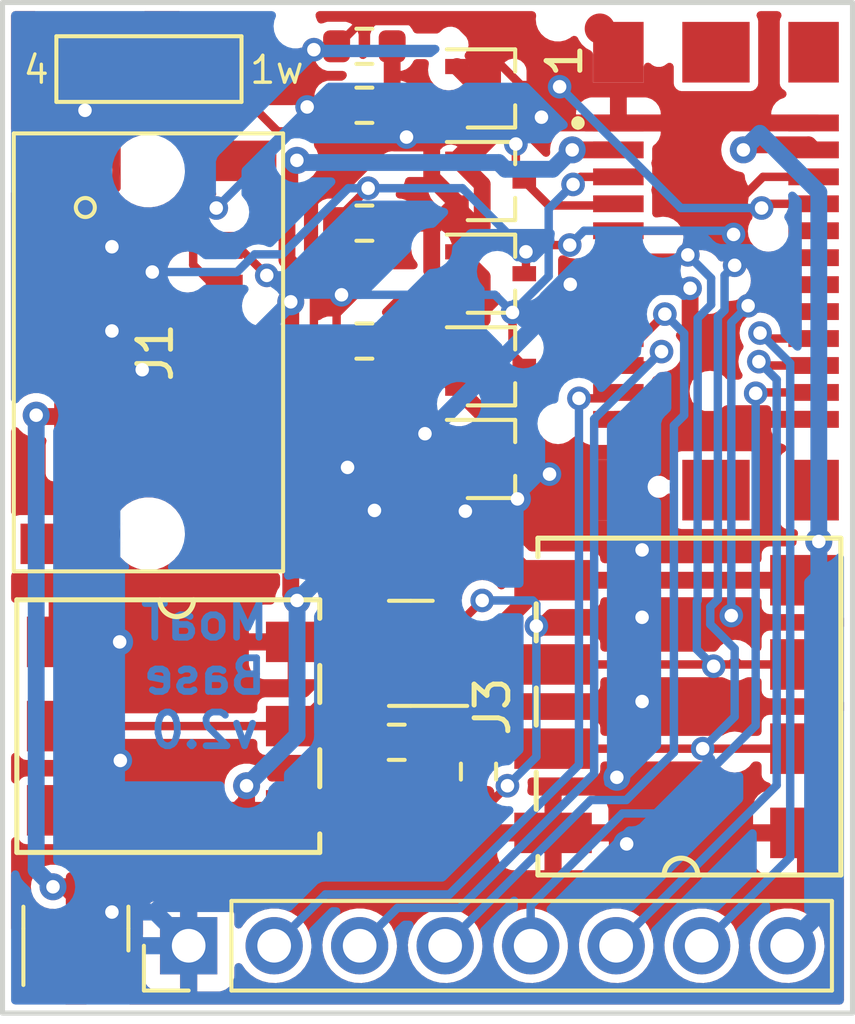
<source format=kicad_pcb>
(kicad_pcb (version 20220225) (generator pcbnew)
  (title_block (comment 4 "AISLER Project ID: YXNPBYRA"))
  (layers (0 "F.Cu" signal) (31 "B.Cu" signal) (34 "B.Paste" user) (35 "F.Paste" user) (36 "B.SilkS" user "B.Silkscreen") (37 "F.SilkS" user "F.Silkscreen") (38 "B.Mask" user) (39 "F.Mask" user) (44 "Edge.Cuts" user))
  (net 0 "")
  (net 1 "GNDPWR")
  (net 2 "Net-(J2-Pad20)")
  (net 3 "Net-(J2-Pad18)")
  (net 4 "Net-(J2-Pad17)")
  (net 5 "+12V")
  (net 6 "GND")
  (net 7 "+24V")
  (net 8 "+5V")
  (net 9 "+3V3")
  (net 11 "/1wire_3")
  (net 12 "Net-(J2-Pad19)")
  (net 13 "Net-(J2-Pad21)")
  (net 14 "Net-(J2-Pad22)")
  (net 15 "/Bus1")
  (net 16 "/Bus2")
  (net 18 "/Bus3")
  (net 19 "/Bus4")
  (net 20 "/1wire_5")
  (net 26 "/Bus4W")
  (net 27 "Net-(J2-Pad9)")
  (net 28 "Net-(J2-Pad11)")
  (footprint "Package_TO_SOT_SMD:SOT-323_SC-70" (layer "F.Cu") (at 37.25 29.25)
    (fp_text reference "D3" hide)
    (fp_text value "BAT54SW" hide)
    (pad "1" smd rect locked (at -1 -0.65 270) (size 0.45 0.7) (layers "F.Cu" "F.Paste" "F.Mask") (net 6 "GND"))
    (pad "2" smd rect locked (at -1 0.65 270) (size 0.45 0.7) (layers "F.Cu" "F.Paste" "F.Mask") (net 9 "+3V3"))
    (pad "3" smd rect locked (at 1 0 270) (size 0.45 0.7) (layers "F.Cu" "F.Paste" "F.Mask") (net 16 "/Bus2"))
  )
  (footprint "Resistor_SMD:R_0603_1608Metric" (layer "F.Cu") (at 33.5 22.5)
    (fp_text reference "R3" hide)
    (fp_text value "470" hide)
    (pad "1" smd roundrect locked (at -0.825 0) (size 0.8 0.95) (layers "F.Cu" "F.Paste" "F.Mask") (net 19 "/Bus4"))
    (pad "2" smd roundrect locked (at 0.825 0) (size 0.8 0.95) (layers "F.Cu" "F.Paste" "F.Mask") (net 9 "+3V3"))
  )
  (footprint "Connector_PinHeader_2.54mm:PinHeader_1x08_P2.54mm_Vertical" (layer "F.Cu") (at 28.28 49.2 90)
    (fp_text reference "J4" hide)
    (fp_text value "Conn_01x08" hide)
    (pad "1" thru_hole rect locked (at 0 0 90) (size 1.7 1.7) (drill 1) (layers *.Cu *.Mask) (net 6 "GND"))
    (pad "2" thru_hole oval locked (at 0 2.54 90) (size 1.7 1.7) (drill 1) (layers *.Cu *.Mask) (net 13 "Net-(J2-Pad21)"))
    (pad "3" thru_hole oval locked (at 0 5.08 90) (size 1.7 1.7) (drill 1) (layers *.Cu *.Mask) (net 12 "Net-(J2-Pad19)"))
    (pad "4" thru_hole oval locked (at 0 7.62 90) (size 1.7 1.7) (drill 1) (layers *.Cu *.Mask) (net 4 "Net-(J2-Pad17)"))
    (pad "5" thru_hole oval locked (at 0 10.16 90) (size 1.7 1.7) (drill 1) (layers *.Cu *.Mask) (net 14 "Net-(J2-Pad22)"))
    (pad "6" thru_hole oval locked (at 0 12.7 90) (size 1.7 1.7) (drill 1) (layers *.Cu *.Mask) (net 2 "Net-(J2-Pad20)"))
    (pad "7" thru_hole oval locked (at 0 15.24 90) (size 1.7 1.7) (drill 1) (layers *.Cu *.Mask) (net 3 "Net-(J2-Pad18)"))
    (pad "8" thru_hole oval locked (at 0 17.78 90) (size 1.7 1.7) (drill 1) (layers *.Cu *.Mask) (net 9 "+3V3"))
  )
  (footprint "Resistor_SMD:R_0603_1608Metric" (layer "F.Cu") (at 34.46 43.16)
    (fp_text reference "R2" hide)
    (fp_text value "10k")
    (pad "1" smd roundrect locked (at -0.825 0) (size 0.8 0.95) (layers "F.Cu" "F.Paste" "F.Mask") (net 8 "+5V"))
    (pad "2" smd roundrect locked (at 0.825 0) (size 0.8 0.95) (layers "F.Cu" "F.Paste" "F.Mask") (net 20 "/1wire_5"))
  )
  (footprint "Package_TO_SOT_SMD:SOT-323_SC-70" (layer "F.Cu") (at 37.25 32)
    (fp_text reference "D2" hide)
    (fp_text value "BAT54SW" hide)
    (pad "1" smd rect locked (at -1 -0.65 270) (size 0.45 0.7) (layers "F.Cu" "F.Paste" "F.Mask") (net 6 "GND"))
    (pad "2" smd rect locked (at -1 0.65 270) (size 0.45 0.7) (layers "F.Cu" "F.Paste" "F.Mask") (net 9 "+3V3"))
    (pad "3" smd rect locked (at 1 0 270) (size 0.45 0.7) (layers "F.Cu" "F.Paste" "F.Mask") (net 15 "/Bus1"))
  )
  (footprint "Package_TO_SOT_SMD:SOT-23" (layer "F.Cu") (at 24.93 48.69 90)
    (fp_text reference "D1" hide)
    (fp_text value "BAT54S")
    (pad "1" smd roundrect locked (at -0.9375 -0.95 90) (size 1.475 0.6) (layers "F.Cu" "F.Paste" "F.Mask") (net 6 "GND"))
    (pad "2" smd roundrect locked (at -0.9375 0.95 90) (size 1.475 0.6) (layers "F.Cu" "F.Paste" "F.Mask") (net 6 "GND"))
    (pad "3" smd roundrect locked (at 0.9375 0 90) (size 1.475 0.6) (layers "F.Cu" "F.Paste" "F.Mask") (net 1 "GNDPWR"))
  )
  (footprint "Resistor_SMD:R_0603_1608Metric" (layer "F.Cu") (at 33.5 31.25)
    (fp_text reference "R6" hide)
    (fp_text value "470")
    (pad "1" smd roundrect locked (at -0.825 0) (size 0.8 0.95) (layers "F.Cu" "F.Paste" "F.Mask") (net 15 "/Bus1"))
    (pad "2" smd roundrect locked (at 0.825 0) (size 0.8 0.95) (layers "F.Cu" "F.Paste" "F.Mask") (net 9 "+3V3"))
  )
  (footprint "Package_TO_SOT_SMD:SOT-323_SC-70" (layer "F.Cu") (at 37.25 34.75)
    (fp_text reference "D6" hide)
    (fp_text value "BAT54SW" hide)
    (pad "1" smd rect locked (at -1 -0.65 270) (size 0.45 0.7) (layers "F.Cu" "F.Paste" "F.Mask") (net 6 "GND"))
    (pad "2" smd rect locked (at -1 0.65 270) (size 0.45 0.7) (layers "F.Cu" "F.Paste" "F.Mask") (net 8 "+5V"))
    (pad "3" smd rect locked (at 1 0 270) (size 0.45 0.7) (layers "F.Cu" "F.Paste" "F.Mask") (net 20 "/1wire_5"))
  )
  (footprint "localstuff:AVX_9276_3Pin" (layer "F.Cu") (at 27.925 42.68 -90)
    (fp_text reference "J10" hide)
    (fp_text value "1wireConn")
    (pad "1" smd rect locked (at -2.5 -3.55 270) (size 1.2 1.8) (layers "F.Cu" "F.Paste" "F.Mask") (net 6 "GND"))
    (pad "1" smd rect locked (at -2.5 3.55 270) (size 1.5 1.8) (layers "F.Cu" "F.Paste" "F.Mask") (net 6 "GND"))
    (pad "2" smd rect locked (at 0 -3.55 270) (size 1.2 1.8) (layers "F.Cu" "F.Paste" "F.Mask") (net 20 "/1wire_5"))
    (pad "2" smd rect locked (at 0 3.55 270) (size 1.5 1.8) (layers "F.Cu" "F.Paste" "F.Mask") (net 20 "/1wire_5"))
    (pad "3" smd rect locked (at 2.5 -3.55 270) (size 1.2 1.8) (layers "F.Cu" "F.Paste" "F.Mask") (net 8 "+5V"))
    (pad "3" smd rect locked (at 2.5 3.55 270) (size 1.5 1.8) (layers "F.Cu" "F.Paste" "F.Mask") (net 8 "+5V"))
  )
  (footprint "Package_TO_SOT_SMD:SOT-23" (layer "F.Cu") (at 34.88 40.52 180)
    (fp_text reference "Q1" hide)
    (fp_text value "2N7002")
    (pad "1" smd roundrect locked (at -0.9375 -0.95 180) (size 1.475 0.6) (layers "F.Cu" "F.Paste" "F.Mask") (net 9 "+3V3"))
    (pad "2" smd roundrect locked (at -0.9375 0.95 180) (size 1.475 0.6) (layers "F.Cu" "F.Paste" "F.Mask") (net 11 "/1wire_3"))
    (pad "3" smd roundrect locked (at 0.9375 0 180) (size 1.475 0.6) (layers "F.Cu" "F.Paste" "F.Mask") (net 20 "/1wire_5"))
  )
  (footprint "localstuff:MoaT_12_Pin_V" (layer "F.Cu") (at 27.085 31.585 -90)
    (fp_text reference "J1" (at 0 -0.2 90) (layer "F.SilkS"))
    (fp_text value "Moat_Wire_12" hide)
    (pad "" smd rect (at -5.685 -2.55) (size 2.5 1.2) (layers "F.Cu" "F.Paste" "F.Mask"))
    (pad "" smd rect (at -5.685 2.55) (size 2.5 1.2) (layers "F.Cu" "F.Paste" "F.Mask"))
    (pad "" np_thru_hole circle (at -5.385 0) (size 1.65 1.65) (drill 1.65) (layers F&B.Cu))
    (pad "" np_thru_hole circle (at 5.385 0 180) (size 1.65 1.65) (drill 1.65) (layers F&B.Cu))
    (pad "" smd rect (at 5.685 -2.55 180) (size 2.5 1.2) (layers "F.Cu" "F.Paste" "F.Mask"))
    (pad "" smd rect (at 5.685 2.55 180) (size 2.5 1.2) (layers "F.Cu" "F.Paste" "F.Mask"))
    (pad "1" smd rect (at -3.175 2.25) (size 1.1 0.8) (layers "F.Cu" "F.Paste" "F.Mask") (net 6 "GND"))
    (pad "2" smd rect (at -3.175 -2.25) (size 1.1 0.8) (layers "F.Cu" "F.Paste" "F.Mask") (net 15 "/Bus1"))
    (pad "3" smd rect (at -1.905 2.25) (size 1.1 0.8) (layers "F.Cu" "F.Paste" "F.Mask") (net 16 "/Bus2"))
    (pad "4" smd rect (at -1.905 -2.25) (size 1.1 0.8) (layers "F.Cu" "F.Paste" "F.Mask") (net 18 "/Bus3"))
    (pad "5" smd rect (at -0.635 2.25) (size 1.1 0.8) (layers "F.Cu" "F.Paste" "F.Mask") (net 26 "/Bus4W"))
    (pad "6" smd rect (at -0.635 -2.25) (size 1.1 0.8) (layers "F.Cu" "F.Paste" "F.Mask") (net 6 "GND"))
    (pad "7" smd rect (at 0.635 2.25) (size 1.1 0.8) (layers "F.Cu" "F.Paste" "F.Mask") (net 8 "+5V"))
    (pad "8" smd rect (at 0.635 -2.25) (size 1.1 0.8) (layers "F.Cu" "F.Paste" "F.Mask") (net 5 "+12V"))
    (pad "9" smd rect (at 1.905 2.25) (size 1.1 0.8) (layers "F.Cu" "F.Paste" "F.Mask") (net 1 "GNDPWR"))
    (pad "10" smd rect (at 1.905 -2.25) (size 1.1 0.8) (layers "F.Cu" "F.Paste" "F.Mask") (net 7 "+24V"))
    (pad "11" smd rect (at 3.175 2.25) (size 1.1 0.8) (layers "F.Cu" "F.Paste" "F.Mask"))
    (pad "12" smd rect (at 3.175 -2.25) (size 1.1 0.8) (layers "F.Cu" "F.Paste" "F.Mask"))
  )
  (footprint "Resistor_SMD:R_0603_1608Metric" (layer "F.Cu") (at 36.89 44.03 -90)
    (fp_text reference "R1" hide)
    (fp_text value "10k")
    (pad "1" smd roundrect locked (at -0.825 0 270) (size 0.8 0.95) (layers "F.Cu" "F.Paste" "F.Mask") (net 9 "+3V3"))
    (pad "2" smd roundrect locked (at 0.825 0 270) (size 0.8 0.95) (layers "F.Cu" "F.Paste" "F.Mask") (net 11 "/1wire_3"))
  )
  (footprint "localstuff:TE_1775014_socket" (layer "F.Cu") (at 43.945 29.175 -90)
    (fp_text reference "J2" hide)
    (fp_text value "Moat_Bus_wire" hide)
    (fp_text user "1" (at -6.25 4.5 90) (layer "F.SilkS"))
    (fp_circle (center -7.2 3.45) (end -6.9 3.45) (stroke (width 0.3)) (fill none) (layer "F.Cu"))
    (pad "" np_thru_hole circle locked (at -6.4 1.7 270) (size 0.65 0.65) (drill 0.65) (layers *.Cu *.Mask) (clearance 0.01))
    (pad "" np_thru_hole circle locked (at 6.4 1.7 270) (size 0.65 0.65) (drill 0.65) (layers *.Cu *.Mask) (clearance 0.0001))
    (pad "1" smd rect locked (at -4.4 2.9 270) (size 0.5 1.5) (layers "F.Cu" "F.Paste" "F.Mask") (net 6 "GND"))
    (pad "2" smd rect locked (at -4.4 -2.9 270) (size 0.5 1.5) (layers "F.Cu" "F.Paste" "F.Mask") (net 6 "GND"))
    (pad "3" smd rect locked (at -3.6 2.9 270) (size 0.5 1.5) (layers "F.Cu" "F.Paste" "F.Mask") (net 8 "+5V"))
    (pad "4" smd rect locked (at -3.6 -2.9 270) (size 0.5 1.5) (layers "F.Cu" "F.Paste" "F.Mask") (net 9 "+3V3"))
    (pad "5" smd rect locked (at -2.8 2.9 270) (size 0.5 1.5) (layers "F.Cu" "F.Paste" "F.Mask") (net 15 "/Bus1"))
    (pad "6" smd rect locked (at -2.8 -2.9 270) (size 0.5 1.5) (layers "F.Cu" "F.Paste" "F.Mask") (net 16 "/Bus2"))
    (pad "7" smd rect locked (at -2 2.9 270) (size 0.5 1.5) (layers "F.Cu" "F.Paste" "F.Mask") (net 18 "/Bus3"))
    (pad "8" smd rect locked (at -2 -2.9 270) (size 0.5 1.5) (layers "F.Cu" "F.Paste" "F.Mask") (net 19 "/Bus4"))
    (pad "9" smd rect locked (at -1.2 2.9 270) (size 0.5 1.5) (layers "F.Cu" "F.Paste" "F.Mask") (net 27 "Net-(J2-Pad9)"))
    (pad "10" smd rect locked (at -1.2 -2.9 270) (size 0.5 1.5) (layers "F.Cu" "F.Paste" "F.Mask"))
    (pad "11" smd rect locked (at -0.4 2.9 270) (size 0.5 1.5) (layers "F.Cu" "F.Paste" "F.Mask") (net 28 "Net-(J2-Pad11)"))
    (pad "12" smd rect locked (at -0.4 -2.9 270) (size 0.5 1.5) (layers "F.Cu" "F.Paste" "F.Mask"))
    (pad "13" smd rect locked (at 0.4 2.9 270) (size 0.5 1.5) (layers "F.Cu" "F.Paste" "F.Mask"))
    (pad "14" smd rect locked (at 0.4 -2.9 270) (size 0.5 1.5) (layers "F.Cu" "F.Paste" "F.Mask") (net 11 "/1wire_3"))
    (pad "15" smd rect locked (at 1.2 2.9 270) (size 0.5 1.5) (layers "F.Cu" "F.Paste" "F.Mask"))
    (pad "16" smd rect locked (at 1.2 -2.9 270) (size 0.5 1.5) (layers "F.Cu" "F.Paste" "F.Mask"))
    (pad "17" smd rect locked (at 2 2.9 270) (size 0.5 1.5) (layers "F.Cu" "F.Paste" "F.Mask") (net 4 "Net-(J2-Pad17)"))
    (pad "18" smd rect locked (at 2 -2.9 270) (size 0.5 1.5) (layers "F.Cu" "F.Paste" "F.Mask") (net 3 "Net-(J2-Pad18)"))
    (pad "19" smd rect locked (at 2.8 2.9 270) (size 0.5 1.5) (layers "F.Cu" "F.Paste" "F.Mask") (net 12 "Net-(J2-Pad19)"))
    (pad "20" smd rect locked (at 2.8 -2.9 270) (size 0.5 1.5) (layers "F.Cu" "F.Paste" "F.Mask") (net 2 "Net-(J2-Pad20)"))
    (pad "21" smd rect locked (at 3.6 2.9 270) (size 0.5 1.5) (layers "F.Cu" "F.Paste" "F.Mask") (net 13 "Net-(J2-Pad21)"))
    (pad "22" smd rect locked (at 3.6 -2.9 270) (size 0.5 1.5) (layers "F.Cu" "F.Paste" "F.Mask") (net 14 "Net-(J2-Pad22)"))
    (pad "23" smd rect locked (at 4.4 2.9 270) (size 0.5 1.5) (layers "F.Cu" "F.Paste" "F.Mask") (net 6 "GND"))
    (pad "24" smd rect locked (at 4.4 -2.9 270) (size 0.5 1.5) (layers "F.Cu" "F.Paste" "F.Mask"))
    (pad "MNT" smd rect locked (at -6.5 -2.9) (size 1.5 1.8) (layers "F.Cu" "F.Paste" "F.Mask"))
    (pad "MNT" smd rect locked (at -6.5 0 270) (size 1.8 2) (layers "F.Cu" "F.Paste" "F.Mask"))
    (pad "MNT" smd rect locked (at -6.5 2.9) (size 1.5 1.8) (layers "F.Cu" "F.Paste" "F.Mask") (clearance 0.001))
    (pad "MNT" smd rect locked (at 6.5 -2.9) (size 1.5 1.8) (layers "F.Cu" "F.Paste" "F.Mask"))
    (pad "MNT" smd rect locked (at 6.5 0 270) (size 1.8 2) (layers "F.Cu" "F.Paste" "F.Mask"))
    (pad "MNT" smd rect locked (at 6.5 2.9) (size 1.5 1.8) (layers "F.Cu" "F.Paste" "F.Mask") (clearance 0.001))
  )
  (footprint "Resistor_SMD:R_0603_1608Metric" (layer "F.Cu") (at 33.5 27.75)
    (fp_text reference "R5" hide)
    (fp_text value "470")
    (pad "1" smd roundrect locked (at -0.825 0) (size 0.8 0.95) (layers "F.Cu" "F.Paste" "F.Mask") (net 16 "/Bus2"))
    (pad "2" smd roundrect locked (at 0.825 0) (size 0.8 0.95) (layers "F.Cu" "F.Paste" "F.Mask") (net 9 "+3V3"))
  )
  (footprint "Package_TO_SOT_SMD:SOT-323_SC-70" (layer "F.Cu") (at 37.25 26.5)
    (fp_text reference "D4" hide)
    (fp_text value "BAT54SW" hide)
    (pad "1" smd rect locked (at -1 -0.65 270) (size 0.45 0.7) (layers "F.Cu" "F.Paste" "F.Mask") (net 6 "GND"))
    (pad "2" smd rect locked (at -1 0.65 270) (size 0.45 0.7) (layers "F.Cu" "F.Paste" "F.Mask") (net 9 "+3V3"))
    (pad "3" smd rect locked (at 1 0 270) (size 0.45 0.7) (layers "F.Cu" "F.Paste" "F.Mask") (net 18 "/Bus3"))
  )
  (footprint "localstuff:AVX_9276_4Pin_HS" (layer "F.Cu") (at 42.905 42.1 90)
    (fp_text reference "J3" (at 0 -5.6 90) (layer "F.SilkS"))
    (fp_text value "I2C")
    (pad "1" smd rect locked (at -3.75 -3.8 90) (size 1.2 2.3) (layers "F.Cu" "F.Paste" "F.Mask") (net 6 "GND"))
    (pad "1" smd rect locked (at -3.75 3.7 90) (size 1.5 2.1) (layers "F.Cu" "F.Paste" "F.Mask") (net 6 "GND"))
    (pad "2" smd rect locked (at -1.25 -3.8 90) (size 1.2 2.3) (layers "F.Cu" "F.Paste" "F.Mask") (net 27 "Net-(J2-Pad9)"))
    (pad "2" smd rect locked (at -1.25 3.7 90) (size 1.5 2.1) (layers "F.Cu" "F.Paste" "F.Mask") (net 27 "Net-(J2-Pad9)"))
    (pad "3" smd rect locked (at 1.25 -3.8 90) (size 1.2 2.3) (layers "F.Cu" "F.Paste" "F.Mask") (net 28 "Net-(J2-Pad11)"))
    (pad "3" smd rect locked (at 1.25 3.7 90) (size 1.5 2.1) (layers "F.Cu" "F.Paste" "F.Mask") (net 28 "Net-(J2-Pad11)"))
    (pad "4" smd rect locked (at 3.75 -3.8 90) (size 1.2 2.3) (layers "F.Cu" "F.Paste" "F.Mask") (net 9 "+3V3"))
    (pad "4" smd rect locked (at 3.75 3.7 90) (size 1.5 2.1) (layers "F.Cu" "F.Paste" "F.Mask") (net 9 "+3V3"))
  )
  (footprint "Resistor_SMD:R_0603_1608Metric" (layer "F.Cu") (at 33.5 24.25)
    (fp_text reference "R7" hide)
    (fp_text value "470")
    (pad "1" smd roundrect locked (at -0.825 0) (size 0.8 0.95) (layers "F.Cu" "F.Paste" "F.Mask") (net 18 "/Bus3"))
    (pad "2" smd roundrect locked (at 0.825 0) (size 0.8 0.95) (layers "F.Cu" "F.Paste" "F.Mask") (net 9 "+3V3"))
  )
  (footprint "Jumper:SolderJumper-3_P2.0mm_Open_TrianglePad1.0x1.5mm_NumberLabels" (layer "F.Cu") (at 27.1 23.2)
    (fp_text reference "JP1" hide)
    (fp_text value "SolderJumper_3_Open" hide)
    (fp_text user "1w" (at 3.8 0 180) (layer "F.SilkS") (effects (font (size 0.8 0.8) (thickness 0.1))))
    (fp_text user "4" (at -3.35 0) (layer "F.SilkS") (effects (font (size 0.8 0.8) (thickness 0.1))))
    (pad "1" smd custom locked (at -2 0) (size 0.3 0.3) (layers "F.Cu" "F.Mask") (net 19 "/Bus4") (options (clearance outline) (anchor rect)) (primitives (gr_poly (pts (xy 1 0) (xy 0.5 0.75) (xy -0.5 0.75) (xy -0.5 -0.75) (xy 0.5 -0.75)) (width 0) (fill yes))))
    (pad "2" smd custom locked (at 0 0) (size 0.3 0.3) (layers "F.Cu") (net 26 "/Bus4W") (options (clearance outline) (anchor rect)) (primitives (gr_poly (pts (xy 0.7 0) (xy 1.2 0.75) (xy -1.2 0.75) (xy -0.7 0) (xy -1.2 -0.75) (xy 1.2 -0.75)) (width 0) (fill yes))))
    (pad "3" smd custom locked (at 2 0 180) (size 0.3 0.3) (layers "F.Cu" "F.Mask") (net 20 "/1wire_5") (options (clearance outline) (anchor rect)) (primitives (gr_poly (pts (xy 1 0) (xy 0.5 0.75) (xy -0.5 0.75) (xy -0.5 -0.75) (xy 0.5 -0.75)) (width 0) (fill yes))))
  )
  (footprint "Package_TO_SOT_SMD:SOT-323_SC-70" (layer "F.Cu") (at 37.25 23.75)
    (fp_text reference "D5" hide)
    (fp_text value "BAT54SW" hide)
    (pad "1" smd rect locked (at -1 -0.65 270) (size 0.45 0.7) (layers "F.Cu" "F.Paste" "F.Mask") (net 6 "GND"))
    (pad "2" smd rect locked (at -1 0.65 270) (size 0.45 0.7) (layers "F.Cu" "F.Paste" "F.Mask") (net 9 "+3V3"))
    (pad "3" smd rect locked (at 1 0 270) (size 0.45 0.7) (layers "F.Cu" "F.Paste" "F.Mask") (net 19 "/Bus4"))
  )
  (gr_line (start 48 21.2) (end 48 51.2) (stroke (width 0.15)) (layer "Edge.Cuts"))
  (gr_line (start 48 51.2) (end 22.75 51.2) (stroke (width 0.15)) (layer "Edge.Cuts"))
  (gr_line (start 22.75 51.2) (end 22.75 21.2) (stroke (width 0.15)) (layer "Edge.Cuts"))
  (gr_line (start 22.75 21.2) (end 48 21.2) (stroke (width 0.15)) (layer "Edge.Cuts"))
  (gr_text "MoaT\nBase\nv2.0" (at 28.75 41.2) (layer "B.Cu") (effects (font (size 1 1) (thickness 0.2)) (justify mirror)))
  (segment (start 23.79 33.49) (end 23.75 33.45) (width 0.5) (layer "F.Cu") (net 1))
  (segment (start 24.835 33.49) (end 23.79 33.49) (width 0.5) (layer "F.Cu") (net 1))
  (segment (start 24.25 47.45) (end 24.6275 47.45) (width 0.5) (layer "F.Cu") (net 1))
  (segment (start 24.6275 47.45) (end 24.93 47.7525) (width 0.5) (layer "F.Cu") (net 1))
  (via (at 23.75 33.45) (size 0.8) (drill 0.4) (layers "F.Cu" "B.Cu") (net 1))
  (via (at 24.25 47.45) (size 0.8) (drill 0.4) (layers "F.Cu" "B.Cu") (net 1))
  (segment (start 23.75 46.95) (end 24.25 47.45) (width 0.5) (layer "B.Cu") (net 1))
  (segment (start 23.75 33.45) (end 23.75 46.95) (width 0.5) (layer "B.Cu") (net 1))
  (segment (start 46.845 31.975) (end 45.33316 31.975) (width 0.25) (layer "F.Cu") (net 2))
  (segment (start 45.33316 31.975) (end 45.219435 31.861275) (width 0.25) (layer "F.Cu") (net 2))
  (via (at 45.219435 31.861275) (size 0.7) (drill 0.4) (layers "F.Cu" "B.Cu") (net 2))
  (segment (start 40.98 49.2) (end 45.749001 44.430999) (width 0.25) (layer "B.Cu") (net 2))
  (segment (start 45.749001 32.390841) (end 45.219435 31.861275) (width 0.25) (layer "B.Cu") (net 2))
  (segment (start 45.749001 44.430999) (end 45.749001 32.390841) (width 0.25) (layer "B.Cu") (net 2))
  (segment (start 46.845 31.175) (end 45.417411 31.175) (width 0.25) (layer "F.Cu") (net 3))
  (segment (start 45.417411 31.175) (end 45.254183 31.011772) (width 0.25) (layer "F.Cu") (net 3))
  (via (at 45.254183 31.011772) (size 0.7) (drill 0.4) (layers "F.Cu" "B.Cu") (net 3))
  (segment (start 43.52 49.2) (end 46.14951 46.57049) (width 0.25) (layer "B.Cu") (net 3))
  (segment (start 46.14951 46.57049) (end 46.14951 31.907099) (width 0.25) (layer "B.Cu") (net 3))
  (segment (start 46.14951 31.907099) (end 45.254183 31.011772) (width 0.25) (layer "B.Cu") (net 3))
  (segment (start 41.045 31.175) (end 41.70149 31.175) (width 0.25) (layer "F.Cu") (net 4))
  (segment (start 41.70149 31.175) (end 42.42649 30.45) (width 0.25) (layer "F.Cu") (net 4))
  (via (at 42.42649 30.45) (size 0.7) (drill 0.4) (layers "F.Cu" "B.Cu") (net 4))
  (segment (start 43 31.02351) (end 42.42649 30.45) (width 0.25) (layer "B.Cu") (net 4))
  (segment (start 42.695011 33.754989) (end 43 33.45) (width 0.25) (layer "B.Cu") (net 4))
  (segment (start 40.225499 44.874501) (end 41.279389 44.874501) (width 0.25) (layer "B.Cu") (net 4))
  (segment (start 35.9 49.2) (end 40.225499 44.874501) (width 0.25) (layer "B.Cu") (net 4))
  (segment (start 41.279389 44.874501) (end 42.695011 43.458879) (width 0.25) (layer "B.Cu") (net 4))
  (segment (start 43 33.45) (end 43 31.02351) (width 0.25) (layer "B.Cu") (net 4))
  (segment (start 42.695011 43.458879) (end 42.695011 33.754989) (width 0.25) (layer "B.Cu") (net 4))
  (segment (start 42.625 33.575) (end 41.045 33.575) (width 0.5) (layer "F.Cu") (net 6))
  (segment (start 36.25 34.1) (end 35.4 34.1) (width 0.5) (layer "F.Cu") (net 6))
  (segment (start 41.35 45.85) (end 41.35 46.118882) (width 0.5) (layer "F.Cu") (net 6))
  (segment (start 27.7 31) (end 27.65 30.95) (width 0.5) (layer "F.Cu") (net 6))
  (segment (start 26.23 40.18) (end 24.375 40.18) (width 0.5) (layer "F.Cu") (net 6))
  (segment (start 26 28.45) (end 24.875 28.45) (width 0.5) (layer "F.Cu") (net 6))
  (segment (start 25.88 49.6275) (end 25.88 48.32) (width 0.5) (layer "F.Cu") (net 6))
  (segment (start 46.845 24.775) (end 41.045 24.775) (width 0.5) (layer "F.Cu") (net 6))
  (segment (start 36.999511 23.849511) (end 36.999511 25.100489) (width 0.5) (layer "F.Cu") (net 6))
  (segment (start 41.35 46.118882) (end 41.291832 46.17705) (width 0.5) (layer "F.Cu") (net 6))
  (segment (start 38.931855 24.775) (end 38.760852 24.603997) (width 0.5) (layer "F.Cu") (net 6))
  (segment (start 37.920252 35.935752) (end 38.04719 35.935752) (width 0.25) (layer "F.Cu") (net 6))
  (segment (start 41.045 24.775) (end 38.931855 24.775) (width 0.5) (layer "F.Cu") (net 6))
  (segment (start 41.5 37.2) (end 39.311438 37.2) (width 0.5) (layer "F.Cu") (net 6))
  (segment (start 41 44.2) (end 41 45.885218) (width 0.5) (layer "F.Cu") (net 6))
  (segment (start 27.65 30.95) (end 26 30.95) (width 0.5) (layer "F.Cu") (net 6))
  (segment (start 46.845 33.575) (end 42.625 33.575) (width 0.5) (layer "F.Cu") (net 6))
  (segment (start 29.335 30.95) (end 27.75 30.95) (width 0.5) (layer "F.Cu") (net 6))
  (segment (start 42.625 33.575) (end 42.625 32.569153) (width 0.5) (layer "F.Cu") (net 6))
  (segment (start 37.75 35.7655) (end 37.920252 35.935752) (width 0.25) (layer "F.Cu") (net 6))
  (segment (start 36.25 23.1) (end 36.999511 23.849511) (width 0.5) (layer "F.Cu") (net 6))
  (segment (start 36.999511 26.599511) (end 36.25 25.85) (width 0.5) (layer "F.Cu") (net 6))
  (segment (start 27.75 30.95) (end 27.7 31) (width 0.5) (layer "F.Cu") (net 6))
  (segment (start 39.105 45.85) (end 41.35 45.85) (width 0.5) (layer "F.Cu") (net 6))
  (segment (start 36.999511 30.600489) (end 36.999511 29.349511) (width 0.5) (layer "F.Cu") (net 6))
  (segment (start 42.625 32.569153) (end 43.17599 32.018163) (width 0.5) (layer "F.Cu") (net 6))
  (segment (start 36.25 31.35) (end 36.999511 30.600489) (width 0.5) (layer "F.Cu") (net 6))
  (segment (start 36.999511 27.850489) (end 36.999511 26.599511) (width 0.5) (layer "F.Cu") (net 6))
  (segment (start 41.75 37.45) (end 41.5 37.2) (width 0.5) (layer "F.Cu") (net 6))
  (segment (start 36.25 28.6) (end 36.999511 27.850489) (width 0.5) (layer "F.Cu") (net 6))
  (segment (start 35.4 34.1) (end 35.3 34) (width 0.5) (layer "F.Cu") (net 6))
  (segment (start 36.999511 29.349511) (end 36.25 28.6) (width 0.5) (layer "F.Cu") (net 6))
  (segment (start 41.35 45.85) (end 46.605 45.85) (width 0.5) (layer "F.Cu") (net 6))
  (segment (start 25.88 48.32) (end 26 48.2) (width 0.5) (layer "F.Cu") (net 6))
  (segment (start 31.475 40.18) (end 26.23 40.18) (width 0.5) (layer "F.Cu") (net 6))
  (segment (start 23.98 49.6275) (end 25.88 49.6275) (width 0.5) (layer "F.Cu") (net 6))
  (segment (start 36.999511 25.100489) (end 36.25 25.85) (width 0.5) (layer "F.Cu") (net 6))
  (segment (start 41 45.885218) (end 41.291832 46.17705) (width 0.5) (layer "F.Cu") (net 6))
  (segment (start 39.311438 37.2) (end 38.04719 35.935752) (width 0.5) (layer "F.Cu") (net 6))
  (segment (start 43.17599 32.018163) (end 43.17599 29.683178) (width 0.5) (layer "F.Cu") (net 6))
  (via (at 41 44.2) (size 0.8) (drill 0.4) (layers "F.Cu" "B.Cu") (net 6))
  (via (at 39.616589 29.566589) (size 0.7) (drill 0.4) (layers "F.Cu" "B.Cu") (net 6))
  (via (at 33.7995 36.27742) (size 0.8) (drill 0.4) (layers "F.Cu" "B.Cu") (net 6))
  (via (at 41.75 39.45) (size 0.7) (drill 0.4) (layers "F.Cu" "B.Cu") (net 6))
  (via (at 38.04719 35.935752) (size 0.8) (drill 0.4) (layers "F.Cu" "B.Cu") (net 6))
  (via (at 26.23 40.18) (size 0.8) (drill 0.4) (layers "F.Cu" "B.Cu") (net 6))
  (via (at 35.3 34) (size 0.8) (drill 0.4) (layers "F.Cu" "B.Cu") (net 6))
  (via (at 26 48.2) (size 0.8) (drill 0.4) (layers "F.Cu" "B.Cu") (net 6))
  (via (at 41.291832 46.17705) (size 0.8) (drill 0.4) (layers "F.Cu" "B.Cu") (net 6))
  (via (at 26 28.45) (size 0.8) (drill 0.4) (layers "F.Cu" "B.Cu") (net 6))
  (via (at 26.25 43.7) (size 0.7) (drill 0.4) (layers "F.Cu" "B.Cu") (net 6))
  (via (at 41.75 37.45) (size 0.8) (drill 0.4) (layers "F.Cu" "B.Cu") (net 6))
  (via (at 43.17599 29.683178) (size 0.7) (drill 0.4) (layers "F.Cu" "B.Cu") (net 6))
  (via (at 41.75 41.95) (size 0.7) (drill 0.4) (layers "F.Cu" "B.Cu") (net 6))
  (via (at 38.760852 24.603997) (size 0.8) (drill 0.4) (layers "F.Cu" "B.Cu") (net 6))
  (via (at 26 30.95) (size 0.8) (drill 0.4) (layers "F.Cu" "B.Cu") (net 6))
  (segment (start 35.25 42.2) (end 35.25 35.95) (width 0.5) (layer "B.Cu") (net 6))
  (segment (start 34.12692 35.95) (end 33.7995 36.27742) (width 0.5) (layer "B.Cu") (net 6))
  (segment (start 43.12599 29.633178) (end 43.17599 29.683178) (width 0.5) (layer "B.Cu") (net 6))
  (segment (start 36.189545 37.049501) (end 36.933441 37.049501) (width 0.5) (layer "B.Cu") (net 6))
  (segment (start 41.75 39.45) (end 41.75 37.45) (width 0.5) (layer "B.Cu") (net 6))
  (segment (start 36.933441 37.049501) (end 38.04719 35.935752) (width 0.5) (layer "B.Cu") (net 6))
  (segment (start 26 30.95) (end 26 28.45) (width 0.5) (layer "B.Cu") (net 6))
  (segment (start 26.23 40.18) (end 26 39.95) (width 0.5) (layer "B.Cu") (net 6))
  (segment (start 26 39.95) (end 26 30.95) (width 0.5) (layer "B.Cu") (net 6))
  (segment (start 35.25 35.95) (end 34.12692 35.95) (width 0.5) (layer "B.Cu") (net 6))
  (segment (start 35.25 35.95) (end 35.002977 35.702977) (width 0.5) (layer "B.Cu") (net 6))
  (segment (start 27.28 48.2) (end 27.529511 47.950489) (width 0.5) (layer "B.Cu") (net 6))
  (segment (start 35.25 35.95) (end 35.25 36.109956) (width 0.5) (layer "B.Cu") (net 6))
  (segment (start 41.75 41.95) (end 41.75 43.45) (width 0.5) (layer "B.Cu") (net 6))
  (segment (start 35.002977 34.297023) (end 35.3 34) (width 0.5) (layer "B.Cu") (net 6))
  (segment (start 27.28 48.2) (end 28.28 49.2) (width 0.5) (layer "B.Cu") (net 6))
  (segment (start 39.726778 29.633178) (end 43.12599 29.633178) (width 0.5) (layer "B.Cu") (net 6))
  (segment (start 26 48.2) (end 27.28 48.2) (width 0.5) (layer "B.Cu") (net 6))
  (segment (start 35.359956 34) (end 39.726778 29.633178) (width 0.5) (layer "B.Cu") (net 6))
  (segment (start 35.002977 35.702977) (end 35.002977 34.297023) (width 0.5) (layer "B.Cu") (net 6))
  (segment (start 41.75 43.45) (end 41 44.2) (width 0.5) (layer "B.Cu") (net 6))
  (segment (start 41.75 39.45) (end 41.75 41.95) (width 0.5) (layer "B.Cu") (net 6))
  (segment (start 35.25 36.109956) (end 36.189545 37.049501) (width 0.5) (layer "B.Cu") (net 6))
  (segment (start 27.529511 47.950489) (end 29.499511 47.950489) (width 0.5) (layer "B.Cu") (net 6))
  (segment (start 29.499511 47.950489) (end 35.25 42.2) (width 0.5) (layer "B.Cu") (net 6))
  (segment (start 35.3 34) (end 35.359956 34) (width 0.5) (layer "B.Cu") (net 6))
  (segment (start 31.5 38.95) (end 31.313207 38.763207) (width 0.5) (layer "F.Cu") (net 8))
  (segment (start 31.249501 29.710455) (end 31.249501 30.020742) (width 0.5) (layer "F.Cu") (net 8))
  (segment (start 31.200499 28.840543) (end 31.349501 28.989545) (width 0.5) (layer "F.Cu") (net 8))
  (segment (start 30 44.45) (end 30 44.91) (width 0.5) (layer "F.Cu") (net 8))
  (segment (start 39.674559 25.575) (end 39.674059 25.5745) (width 0.5) (layer "F.Cu") (net 8))
  (segment (start 33.4 35.4) (end 33 35) (width 0.5) (layer "F.Cu") (net 8))
  (segment (start 29.73 45.18) (end 24.375 45.18) (width 0.5) (layer "F.Cu") (net 8))
  (segment (start 31.494977 25.885266) (end 31.284511 26.095732) (width 0.5) (layer "F.Cu") (net 8))
  (segment (start 31.313207 38.763207) (end 31.313207 30.084448) (width 0.5) (layer "F.Cu") (net 8))
  (segment (start 31.475 45.18) (end 29.73 45.18) (width 0.5) (layer "F.Cu") (net 8))
  (segment (start 31.349501 28.989545) (end 31.349501 29.610455) (width 0.5) (layer "F.Cu") (net 8))
  (segment (start 24.835 32.22) (end 26.78 32.22) (width 0.5) (layer "F.Cu") (net 8))
  (segment (start 31.284511 26.899092) (end 31.200499 26.983104) (width 0.5) (layer "F.Cu") (net 8))
  (segment (start 31.349501 29.610455) (end 31.249501 29.710455) (width 0.5) (layer "F.Cu") (net 8))
  (segment (start 41.045 25.575) (end 39.674559 25.575) (width 0.5) (layer "F.Cu") (net 8))
  (segment (start 31.249501 30.020742) (end 31.313207 30.084448) (width 0.5) (layer "F.Cu") (net 8))
  (segment (start 26.78 32.22) (end 26.9 32.1) (width 0.5) (layer "F.Cu") (net 8))
  (segment (start 31.200499 26.983104) (end 31.200499 28.840543) (width 0.5) (layer "F.Cu") (net 8))
  (segment (start 36.25 35.4) (end 33.4 35.4) (width 0.5) (layer "F.Cu") (net 8))
  (segment (start 31.284511 26.095732) (end 31.284511 26.899092) (width 0.5) (layer "F.Cu") (net 8))
  (segment (start 31.615 45.18) (end 33.635 43.16) (width 0.5) (layer "F.Cu") (net 8))
  (segment (start 30 44.91) (end 29.73 45.18) (width 0.5) (layer "F.Cu") (net 8))
  (via (at 33 35) (size 0.8) (drill 0.4) (layers "F.Cu" "B.Cu") (net 8))
  (via (at 26.9 32.1) (size 0.8) (drill 0.4) (layers "F.Cu" "B.Cu") (net 8))
  (via (at 31.5 38.95) (size 0.8) (drill 0.4) (layers "F.Cu" "B.Cu") (net 8))
  (via (at 31.313207 30.084448) (size 0.8) (drill 0.4) (layers "F.Cu" "B.Cu") (net 8))
  (via (at 31.494977 25.885266) (size 0.8) (drill 0.4) (layers "F.Cu" "B.Cu") (net 8))
  (via (at 30 44.45) (size 0.8) (drill 0.4) (layers "F.Cu" "B.Cu") (net 8))
  (via (at 39.674059 25.5745) (size 0.8) (drill 0.4) (layers "F.Cu" "B.Cu") (net 8))
  (segment (start 26.9 32.1) (end 29.297655 32.1) (width 0.5) (layer "B.Cu") (net 8))
  (segment (start 29.297655 32.1) (end 31.313207 30.084448) (width 0.5) (layer "B.Cu") (net 8))
  (segment (start 37.489545 25.949501) (end 37.689545 26.149501) (width 0.5) (layer "B.Cu") (net 8))
  (segment (start 33 37.45) (end 31.5 38.95) (width 0.5) (layer "B.Cu") (net 8))
  (segment (start 37.689545 26.149501) (end 39.090543 26.149501) (width 0.5) (layer "B.Cu") (net 8))
  (segment (start 39.665544 25.5745) (end 39.674059 25.5745) (width 0.5) (layer "B.Cu") (net 8))
  (segment (start 33 35) (end 33 37.45) (width 0.5) (layer "B.Cu") (net 8))
  (segment (start 31.559212 25.949501) (end 37.489545 25.949501) (width 0.5) (layer "B.Cu") (net 8))
  (segment (start 39.090543 26.149501) (end 39.665544 25.5745) (width 0.5) (layer "B.Cu") (net 8))
  (segment (start 31.494977 25.885266) (end 31.559212 25.949501) (width 0.5) (layer "B.Cu") (net 8))
  (segment (start 30 44.45) (end 31.5 42.95) (width 0.5) (layer "B.Cu") (net 8))
  (segment (start 31.5 42.95) (end 31.5 38.95) (width 0.5) (layer "B.Cu") (net 8))
  (segment (start 39.105 38.35) (end 46.605 38.35) (width 0.5) (layer "F.Cu") (net 9))
  (segment (start 46.694511 25.424511) (end 44.908534 25.424511) (width 0.5) (layer "F.Cu") (net 9))
  (segment (start 38.908046 38.35) (end 39.105 38.35) (width 0.5) (layer "F.Cu") (net 9))
  (segment (start 47 37.2) (end 47 37.955) (width 0.5) (layer "F.Cu") (net 9))
  (segment (start 35.500489 27.899511) (end 35.500489 29.150489) (width 0.5) (layer "F.Cu") (net 9))
  (segment (start 34.325 27.75) (end 35.65 27.75) (width 0.5) (layer "F.Cu") (net 9))
  (segment (start 35.500489 26.400489) (end 36.25 27.15) (width 0.5) (layer "F.Cu") (net 9))
  (segment (start 35.65 27.75) (end 36.25 27.15) (width 0.5) (layer "F.Cu") (net 9))
  (segment (start 44.908534 25.424511) (end 44.758545 25.5745) (width 0.5) (layer "F.Cu") (net 9))
  (segment (start 37.249501 37.044501) (end 37.249501 35.989545) (width 0.5) (layer "F.Cu") (net 9))
  (segment (start 46.845 25.575) (end 46.694511 25.424511) (width 0.5) (layer "F.Cu") (net 9))
  (segment (start 35.500489 25.225489) (end 35.500489 26.400489) (width 0.5) (layer "F.Cu") (net 9))
  (segment (start 37.2 33.6) (end 36.25 32.65) (width 0.5) (layer "F.Cu") (net 9))
  (segment (start 34.9 31.3) (end 36.25 32.65) (width 0.5) (layer "F.Cu") (net 9))
  (segment (start 36.89 43.205) (end 36.89 42.5425) (width 0.5) (layer "F.Cu") (net 9))
  (segment (start 35.500489 29.150489) (end 36.25 29.9) (width 0.5) (layer "F.Cu") (net 9))
  (segment (start 36.89 42.5425) (end 35.8175 41.47) (width 0.5) (layer "F.Cu") (net 9))
  (segment (start 37.249501 35.989545) (end 37.2 35.940044) (width 0.5) (layer "F.Cu") (net 9))
  (segment (start 37.2 35.940044) (end 37.2 33.6) (width 0.5) (layer "F.Cu") (net 9))
  (segment (start 36.1 24.25) (end 36.25 24.4) (width 0.5) (layer "F.Cu") (net 9))
  (segment (start 36.25 24.475978) (end 35.500489 25.225489) (width 0.5) (layer "F.Cu") (net 9))
  (segment (start 34.9 31.25) (end 36.25 29.9) (width 0.5) (layer "F.Cu") (net 9))
  (segment (start 34.325 24.25) (end 36.1 24.25) (width 0.5) (layer "F.Cu") (net 9))
  (segment (start 34.9 31.25) (end 34.9 31.3) (width 0.5) (layer "F.Cu") (net 9))
  (segment (start 35.65 27.75) (end 35.500489 27.899511) (width 0.5) (layer "F.Cu") (net 9))
  (segment (start 39.105 38.35) (end 38.555 38.35) (width 0.5) (layer "F.Cu") (net 9))
  (segment (start 35.985 41.47) (end 35.985 41.273046) (width 0.5) (layer "F.Cu") (net 9))
  (segment (start 34.325 31.25) (end 34.9 31.25) (width 0.5) (layer "F.Cu") (net 9))
  (segment (start 36.25 24.4) (end 36.25 24.475978) (width 0.5) (layer "F.Cu") (net 9))
  (segment (start 35.985 41.273046) (end 38.908046 38.35) (width 0.5) (layer "F.Cu") (net 9))
  (segment (start 38.555 38.35) (end 37.249501 37.044501) (width 0.5) (layer "F.Cu") (net 9))
  (segment (start 34.325 22.5) (end 34.325 24.25) (width 0.5) (layer "F.Cu") (net 9))
  (via (at 47 37.2) (size 0.8) (drill 0.4) (layers "F.Cu" "B.Cu") (net 9))
  (via (at 44.758545 25.5745) (size 0.8) (drill 0.4) (layers "F.Cu" "B.Cu") (net 9))
  (segment (start 47 26.833044) (end 47 37.2) (width 0.5) (layer "B.Cu") (net 9))
  (segment (start 47 48.26) (end 47 37.2) (width 0.5) (layer "B.Cu") (net 9))
  (segment (start 45.25 25.083045) (end 47 26.833044) (width 0.5) (layer "B.Cu") (net 9))
  (segment (start 46.06 49.2) (end 47 48.26) (width 0.5) (layer "B.Cu") (net 9))
  (segment (start 45.25 25.083045) (end 44.758545 25.5745) (width 0.5) (layer "B.Cu") (net 9))
  (segment (start 44.4 39.4) (end 43.1 39.4) (width 0.25) (layer "F.Cu") (net 11))
  (segment (start 43.1 39.4) (end 42.1 40.4) (width 0.25) (layer "F.Cu") (net 11))
  (segment (start 36.38 39.57) (end 37 38.95) (width 0.25) (layer "F.Cu") (net 11))
  (segment (start 42.1 40.4) (end 40.954022 40.4) (width 0.25) (layer "F.Cu") (net 11))
  (segment (start 46.845 29.575) (end 45.525 29.575) (width 0.25) (layer "F.Cu") (net 11))
  (segment (start 36.89 44.855) (end 37.345 44.855) (width 0.25) (layer "F.Cu") (net 11))
  (segment (start 40.263023 39.709001) (end 38.609001 39.709001) (width 0.25) (layer "F.Cu") (net 11))
  (segment (start 45.525 29.575) (end 44.9 30.2) (width 0.25) (layer "F.Cu") (net 11))
  (segment (start 40.954022 40.4) (end 40.263023 39.709001) (width 0.25) (layer "F.Cu") (net 11))
  (segment (start 37.345 44.855) (end 37.75 44.45) (width 0.25) (layer "F.Cu") (net 11))
  (via (at 37 38.95) (size 0.7) (drill 0.4) (layers "F.Cu" "B.Cu") (net 11))
  (via (at 37.75 44.45) (size 0.7) (drill 0.4) (layers "F.Cu" "B.Cu") (net 11))
  (via (at 44.9 30.2) (size 0.7) (drill 0.4) (layers "F.Cu" "B.Cu") (net 11))
  (via (at 44.4 39.4) (size 0.7) (drill 0.4) (layers "F.Cu" "B.Cu") (net 11))
  (via (at 38.609001 39.709001) (size 0.7) (drill 0.4) (layers "F.Cu" "B.Cu") (net 11))
  (segment (start 38.5 38.95) (end 38.609001 39.059001) (width 0.25) (layer "B.Cu") (net 11))
  (segment (start 38.609001 39.709001) (end 38.609001 39.059001) (width 0.25) (layer "B.Cu") (net 11))
  (segment (start 44.9 30.2) (end 44.4 30.7) (width 0.25) (layer "B.Cu") (net 11))
  (segment (start 37.75 44.45) (end 38.609001 43.590999) (width 0.25) (layer "B.Cu") (net 11))
  (segment (start 37 38.95) (end 38.5 38.95) (width 0.25) (layer "B.Cu") (net 11))
  (segment (start 44.4 30.7) (end 44.4 39.4) (width 0.25) (layer "B.Cu") (net 11))
  (segment (start 38.609001 43.590999) (end 38.609001 39.709001) (width 0.25) (layer "B.Cu") (net 11))
  (segment (start 41.045 31.975) (end 41.915046 31.975) (width 0.25) (layer "F.Cu") (net 12))
  (segment (start 41.915046 31.975) (end 42.32755 31.562496) (width 0.25) (layer "F.Cu") (net 12))
  (via (at 42.32755 31.562496) (size 0.7) (drill 0.4) (layers "F.Cu" "B.Cu") (net 12))
  (segment (start 40.325499 44.086739) (end 40.325499 33.564547) (width 0.25) (layer "B.Cu") (net 12))
  (segment (start 40.325499 33.564547) (end 42.32755 31.562496) (width 0.25) (layer "B.Cu") (net 12))
  (segment (start 34.484511 48.075489) (end 36.336749 48.075489) (width 0.25) (layer "B.Cu") (net 12))
  (segment (start 36.336749 48.075489) (end 40.325499 44.086739) (width 0.25) (layer "B.Cu") (net 12))
  (segment (start 33.36 49.2) (end 34.484511 48.075489) (width 0.25) (layer "B.Cu") (net 12))
  (segment (start 40.87 32.95) (end 39.8745 32.95) (width 0.25) (layer "F.Cu") (net 13))
  (segment (start 41.045 32.775) (end 40.87 32.95) (width 0.25) (layer "F.Cu") (net 13))
  (via (at 39.8745 32.95) (size 0.7) (drill 0.4) (layers "F.Cu" "B.Cu") (net 13))
  (segment (start 36.024031 47.675969) (end 39.8745 43.8255) (width 0.25) (layer "B.Cu") (net 13))
  (segment (start 32.344031 47.675969) (end 36.024031 47.675969) (width 0.25) (layer "B.Cu") (net 13))
  (segment (start 39.8745 43.8255) (end 39.8745 32.95) (width 0.25) (layer "B.Cu") (net 13))
  (segment (start 30.82 49.2) (end 32.344031 47.675969) (width 0.25) (layer "B.Cu") (net 13))
  (segment (start 46.845 32.775) (end 45.1495 32.775) (width 0.25) (layer "F.Cu") (net 14))
  (segment (start 45.1495 32.775) (end 45.1245 32.8) (width 0.25) (layer "F.Cu") (net 14))
  (via (at 45.1245 32.8) (size 0.7) (drill 0.4) (layers "F.Cu" "B.Cu") (net 14))
  (segment (start 38.44 49.2) (end 38.44 47.997919) (width 0.25) (layer "B.Cu") (net 14))
  (segment (start 42.190981 45.274012) (end 43.490492 43.974501) (width 0.25) (layer "B.Cu") (net 14))
  (segment (start 43.490492 43.974501) (end 43.808678 43.974501) (width 0.25) (layer "B.Cu") (net 14))
  (segment (start 38.44 47.997919) (end 41.163907 45.274012) (width 0.25) (layer "B.Cu") (net 14))
  (segment (start 45.1245 42.658679) (end 45.1245 32.8) (width 0.25) (layer "B.Cu") (net 14))
  (segment (start 43.808678 43.974501) (end 45.1245 42.658679) (width 0.25) (layer "B.Cu") (net 14))
  (segment (start 41.163907 45.274012) (end 42.190981 45.274012) (width 0.25) (layer "B.Cu") (net 14))
  (segment (start 29.71 28.41) (end 30.6 29.3) (width 0.25) (layer "F.Cu") (net 15))
  (segment (start 39.925 26.375) (end 39.7 26.6) (width 0.25) (layer "F.Cu") (net 15))
  (segment (start 37.9 30.4) (end 37.9 31.65) (width 0.25) (layer "F.Cu") (net 15))
  (segment (start 32.675 30.021515) (end 32.820535 29.87598) (width 0.25) (layer "F.Cu") (net 15))
  (segment (start 41.045 26.375) (end 39.925 26.375) (width 0.25) (layer "F.Cu") (net 15))
  (segment (start 37.9 31.65) (end 38.25 32) (width 0.25) (layer "F.Cu") (net 15))
  (segment (start 32.675 31.25) (end 32.675 30.021515) (width 0.25) (layer "F.Cu") (net 15))
  (segment (start 29.335 28.41) (end 29.71 28.41) (width 0.25) (layer "F.Cu") (net 15))
  (via (at 39.7 26.6) (size 0.7) (drill 0.4) (layers "F.Cu" "B.Cu") (net 15))
  (via (at 32.820535 29.87598) (size 0.7) (drill 0.4) (layers "F.Cu" "B.Cu") (net 15))
  (via (at 37.9 30.4) (size 0.7) (drill 0.4) (layers "F.Cu" "B.Cu") (net 15))
  (via (at 30.6 29.3) (size 0.7) (drill 0.4) (layers "F.Cu" "B.Cu") (net 15))
  (segment (start 37.37598 29.87598) (end 37.9 30.4) (width 0.25) (layer "B.Cu") (net 15))
  (segment (start 30.6 29.3) (end 32.244555 29.3) (width 0.25) (layer "B.Cu") (net 15))
  (segment (start 32.820535 29.87598) (end 37.37598 29.87598) (width 0.25) (layer "B.Cu") (net 15))
  (segment (start 39.7 26.6) (end 38.975499 27.324501) (width 0.25) (layer "B.Cu") (net 15))
  (segment (start 32.244555 29.3) (end 32.820535 29.87598) (width 0.25) (layer "B.Cu") (net 15))
  (segment (start 38.975499 29.324501) (end 37.9 30.4) (width 0.25) (layer "B.Cu") (net 15))
  (segment (start 38.975499 27.324501) (end 38.975499 29.324501) (width 0.25) (layer "B.Cu") (net 15))
  (segment (start 45.341821 26.375) (end 44.468075 27.248746) (width 0.25) (layer "F.Cu") (net 16))
  (segment (start 38.3 29.2) (end 38.25 29.25) (width 0.25) (layer "F.Cu") (net 16))
  (segment (start 38.3 28.6) (end 38.3 29.2) (width 0.25) (layer "F.Cu") (net 16))
  (segment (start 26.72 29.68) (end 27.2 29.2) (width 0.25) (layer "F.Cu") (net 16))
  (segment (start 38.5 28.4) (end 38.3 28.6) (width 0.25) (layer "F.Cu") (net 16))
  (segment (start 46.845 26.375) (end 45.341821 26.375) (width 0.25) (layer "F.Cu") (net 16))
  (segment (start 24.835 29.68) (end 26.72 29.68) (width 0.25) (layer "F.Cu") (net 16))
  (segment (start 32.675 27.65) (end 33.6125 26.7125) (width 0.25) (layer "F.Cu") (net 16))
  (segment (start 44.468075 27.248746) (end 44.468075 28.084897) (width 0.25) (layer "F.Cu") (net 16))
  (segment (start 39.6 28.4) (end 38.5 28.4) (width 0.25) (layer "F.Cu") (net 16))
  (via (at 38.3 28.6) (size 0.7) (drill 0.4) (layers "F.Cu" "B.Cu") (net 16))
  (via (at 44.468075 28.084897) (size 0.7) (drill 0.4) (layers "F.Cu" "B.Cu") (net 16))
  (via (at 39.6 28.4) (size 0.7) (drill 0.4) (layers "F.Cu" "B.Cu") (net 16))
  (via (at 33.6125 26.7125) (size 0.7) (drill 0.4) (layers "F.Cu" "B.Cu") (net 16))
  (via (at 27.2 29.2) (size 0.7) (drill 0.4) (layers "F.Cu" "B.Cu") (net 16))
  (segment (start 30.241322 28.675499) (end 29.716821 29.2) (width 0.25) (layer "B.Cu") (net 16))
  (segment (start 33.021677 26.7125) (end 31.058678 28.675499) (width 0.25) (layer "B.Cu") (net 16))
  (segment (start 39.6 28.4) (end 40.024501 27.975499) (width 0.25) (layer "B.Cu") (net 16))
  (segment (start 44.358677 27.975499) (end 44.468075 28.084897) (width 0.25) (layer "B.Cu") (net 16))
  (segment (start 33.6125 26.7125) (end 36.4125 26.7125) (width 0.25) (layer "B.Cu") (net 16))
  (segment (start 31.058678 28.675499) (end 30.241322 28.675499) (width 0.25) (layer "B.Cu") (net 16))
  (segment (start 29.716821 29.2) (end 27.2 29.2) (width 0.25) (layer "B.Cu") (net 16))
  (segment (start 33.6125 26.7125) (end 33.021677 26.7125) (width 0.25) (layer "B.Cu") (net 16))
  (segment (start 40.024501 27.975499) (end 44.358677 27.975499) (width 0.25) (layer "B.Cu") (net 16))
  (segment (start 36.4125 26.7125) (end 38.3 28.6) (width 0.25) (layer "B.Cu") (net 16))
  (segment (start 33.618704 25.193704) (end 34.751663 25.193704) (width 0.25) (layer "F.Cu") (net 18))
  (segment (start 29.105978 29.68) (end 28.414511 28.988533) (width 0.25) (layer "F.Cu") (net 18))
  (segment (start 38.25 26.5) (end 38.974501 27.224501) (width 0.25) (layer "F.Cu") (net 18))
  (segment (start 38.974501 27.224501) (end 40.995499 27.224501) (width 0.25) (layer "F.Cu") (net 18))
  (segment (start 28.414511 28.988533) (end 28.414511 27.831467) (width 0.25) (layer "F.Cu") (net 18))
  (segment (start 32.675 24.25) (end 33.618704 25.193704) (width 0.25) (layer "F.Cu") (net 18))
  (segment (start 28.945978 27.3) (end 29.1 27.3) (width 0.25) (layer "F.Cu") (net 18))
  (segment (start 29.335 29.68) (end 29.105978 29.68) (width 0.25) (layer "F.Cu") (net 18))
  (segment (start 28.414511 27.831467) (end 28.945978 27.3) (width 0.25) (layer "F.Cu") (net 18))
  (segment (start 40.995499 27.224501) (end 41.045 27.175) (width 0.25) (layer "F.Cu") (net 18))
  (segment (start 32.625 24.3) (end 32.675 24.25) (width 0.25) (layer "F.Cu") (net 18))
  (segment (start 38 25.4) (end 38 26.25) (width 0.25) (layer "F.Cu") (net 18))
  (segment (start 38 26.25) (end 38.25 26.5) (width 0.25) (layer "F.Cu") (net 18))
  (segment (start 31.8 24.3) (end 32.625 24.3) (width 0.25) (layer "F.Cu") (net 18))
  (via (at 38 25.4) (size 0.7) (drill 0.4) (layers "F.Cu" "B.Cu") (net 18))
  (via (at 31.8 24.3) (size 0.7) (drill 0.4) (layers "F.Cu" "B.Cu") (net 18))
  (via (at 29.1 27.3) (size 0.7) (drill 0.4) (layers "F.Cu" "B.Cu") (net 18))
  (via (at 34.751663 25.193704) (size 0.7) (drill 0.4) (layers "F.Cu" "B.Cu") (net 18))
  (segment (start 37.793704 25.193704) (end 34.751663 25.193704) (width 0.25) (layer "B.Cu") (net 18))
  (segment (start 29.1 27.3) (end 31.8 24.6) (width 0.25) (layer "B.Cu") (net 18))
  (segment (start 38 25.4) (end 37.793704 25.193704) (width 0.25) (layer "B.Cu") (net 18))
  (segment (start 31.8 24.6) (end 31.8 24.3) (width 0.25) (layer "B.Cu") (net 18))
  (segment (start 32.675 22.5) (end 33.42452 21.75048) (width 0.25) (layer "F.Cu") (net 19))
  (segment (start 45.425 27.175) (end 45.3 27.3) (width 0.25) (layer "F.Cu") (net 19))
  (segment (start 39.3 23.7) (end 38.3 23.7) (width 0.25) (layer "F.Cu") (net 19))
  (segment (start 25.1 23.2) (end 25.1 24.3) (width 0.25) (layer "F.Cu") (net 19))
  (segment (start 38.3 23.7) (end 38.25 23.75) (width 0.25) (layer "F.Cu") (net 19))
  (segment (start 36.25048 21.75048) (end 38.25 23.75) (width 0.25) (layer "F.Cu") (net 19))
  (segment (start 46.845 27.175) (end 45.425 27.175) (width 0.25) (layer "F.Cu") (net 19))
  (segment (start 25.1 24.3) (end 25.2 24.4) (width 0.25) (layer "F.Cu") (net 19))
  (segment (start 32.575 22.6) (end 32.675 22.5) (width 0.25) (layer "F.Cu") (net 19))
  (segment (start 32 22.6) (end 32.575 22.6) (width 0.25) (layer "F.Cu") (net 19))
  (segment (start 33.42452 21.75048) (end 36.25048 21.75048) (width 0.25) (layer "F.Cu") (net 19))
  (via (at 39.3 23.7) (size 0.7) (drill 0.4) (layers "F.Cu" "B.Cu") (net 19))
  (via (at 45.3 27.3) (size 0.7) (drill 0.4) (layers "F.Cu" "B.Cu") (net 19))
  (via (at 32 22.6) (size 0.7) (drill 0.4) (layers "F.Cu" "B.Cu") (net 19))
  (via (at 25.2 24.4) (size 0.7) (drill 0.4) (layers "F.Cu" "B.Cu") (net 19))
  (segment (start 30.2 24.4) (end 32 22.6) (width 0.25) (layer "B.Cu") (net 19))
  (segment (start 25.2 24.4) (end 30.2 24.4) (width 0.25) (layer "B.Cu") (net 19))
  (segment (start 42.9 27.3) (end 39.3 23.7) (width 0.25) (layer "B.Cu") (net 19))
  (segment (start 45.3 27.3) (end 42.9 27.3) (width 0.25) (layer "B.Cu") (net 19))
  (segment (start 35.775 37.1) (end 35.775 37.025) (width 0.25) (layer "F.Cu") (net 20))
  (segment (start 33.55616 37.1) (end 33.55616 40.13366) (width 0.25) (layer "F.Cu") (net 20))
  (segment (start 33.55616 40.13366) (end 33.9425 40.52) (width 0.25) (layer "F.Cu") (net 20))
  (segment (start 32.3 25.5) (end 32.3 26.5) (width 0.25) (layer "F.Cu") (net 20))
  (segment (start 32.3 26.5) (end 32.00048 26.79952) (width 0.25) (layer "F.Cu") (net 20))
  (segment (start 31.475 42.68) (end 24.375 42.68) (width 0.25) (layer "F.Cu") (net 20))
  (segment (start 39 35.2) (end 38.7 35.2) (width 0.25) (layer "F.Cu") (net 20))
  (segment (start 31.475 42.68) (end 32.3375 41.8175) (width 0.25) (layer "F.Cu") (net 20))
  (segment (start 32.00048 35.54432) (end 33.55616 37.1) (width 0.25) (layer "F.Cu") (net 20))
  (segment (start 33.55616 37.1) (end 35.775 37.1) (width 0.25) (layer "F.Cu") (net 20))
  (segment (start 38.125 34.75) (end 38.25 34.75) (width 0.25) (layer "F.Cu") (net 20))
  (segment (start 32.00048 26.79952) (end 32.00048 35.54432) (width 0.25) (layer "F.Cu") (net 20))
  (segment (start 33.9425 41.8175) (end 33.9425 40.52) (width 0.25) (layer "F.Cu") (net 20))
  (segment (start 32.3375 41.8175) (end 33.9425 41.8175) (width 0.25) (layer "F.Cu") (net 20))
  (segment (start 29.1 23.2) (end 30.925489 25.025489) (width 0.25) (layer "F.Cu") (net 20))
  (segment (start 30.925489 25.025489) (end 31.825489 25.025489) (width 0.25) (layer "F.Cu") (net 20))
  (segment (start 35.285 43.16) (end 33.9425 41.8175) (width 0.25) (layer "F.Cu") (net 20))
  (segment (start 35.775 37.025) (end 36.5 36.3) (width 0.25) (layer "F.Cu") (net 20))
  (segment (start 38.7 35.2) (end 38.25 34.75) (width 0.25) (layer "F.Cu") (net 20))
  (segment (start 31.825489 25.025489) (end 32.3 25.5) (width 0.25) (layer "F.Cu") (net 20))
  (via (at 39 35.2) (size 0.7) (drill 0.4) (layers "F.Cu" "B.Cu") (net 20))
  (via (at 36.5 36.3) (size 0.7) (drill 0.4) (layers "F.Cu" "B.Cu") (net 20))
  (segment (start 36.5 36.3) (end 37.6 35.2) (width 0.25) (layer "B.Cu") (net 20))
  (segment (start 37.6 35.2) (end 39 35.2) (width 0.25) (layer "B.Cu") (net 20))
  (segment (start 26.134989 26.699033) (end 25.534022 27.3) (width 0.25) (layer "F.Cu") (net 26))
  (segment (start 25.534022 27.3) (end 24.445978 27.3) (width 0.25) (layer "F.Cu") (net 26))
  (segment (start 27.1 23.2) (end 26.134989 24.165011) (width 0.25) (layer "F.Cu") (net 26))
  (segment (start 24.010489 27.735489) (end 24.010489 30.610489) (width 0.25) (layer "F.Cu") (net 26))
  (segment (start 24.35 30.95) (end 24.835 30.95) (width 0.25) (layer "F.Cu") (net 26))
  (segment (start 26.134989 24.165011) (end 26.134989 26.699033) (width 0.25) (layer "F.Cu") (net 26))
  (segment (start 24.010489 30.610489) (end 24.35 30.95) (width 0.25) (layer "F.Cu") (net 26))
  (segment (start 24.445978 27.3) (end 24.010489 27.735489) (width 0.25) (layer "F.Cu") (net 26))
  (segment (start 43.475 27.975) (end 44.5 29) (width 0.25) (layer "F.Cu") (net 27))
  (segment (start 39.105 43.35) (end 43.55 43.35) (width 0.25) (layer "F.Cu") (net 27))
  (segment (start 43.55 43.35) (end 46.605 43.35) (width 0.25) (layer "F.Cu") (net 27))
  (segment (start 41.045 27.975) (end 43.475 27.975) (width 0.25) (layer "F.Cu") (net 27))
  (via (at 43.55 43.35) (size 0.7) (drill 0.4) (layers "F.Cu" "B.Cu") (net 27))
  (via (at 44.5 29) (size 0.7) (drill 0.4) (layers "F.Cu" "B.Cu") (net 27))
  (segment (start 44.5 42.4) (end 43.55 43.35) (width 0.25) (layer "B.Cu") (net 27))
  (segment (start 43.775499 39.658678) (end 44.5 40.383179) (width 0.25) (layer "B.Cu") (net 27))
  (segment (start 43.775499 39.141322) (end 43.775499 39.658678) (width 0.25) (layer "B.Cu") (net 27))
  (segment (start 44.5 40.383179) (end 44.5 42.4) (width 0.25) (layer "B.Cu") (net 27))
  (segment (start 44.000489 38.916332) (end 43.775499 39.141322) (width 0.25) (layer "B.Cu") (net 27))
  (segment (start 44.000489 30.534518) (end 44.000489 38.916332) (width 0.25) (layer "B.Cu") (net 27))
  (segment (start 44.5 29) (end 44.20049 29.29951) (width 0.25) (layer "B.Cu") (net 27))
  (segment (start 44.20049 29.29951) (end 44.20049 30.334517) (width 0.25) (layer "B.Cu") (net 27))
  (segment (start 44.20049 30.334517) (end 44.000489 30.534518) (width 0.25) (layer "B.Cu") (net 27))
  (segment (start 44.634405 40.85) (end 44.511479 40.727074) (width 0.25) (layer "F.Cu") (net 28))
  (segment (start 43.025 28.775) (end 43.108411 28.691589) (width 0.25) (layer "F.Cu") (net 28))
  (segment (start 43.927996 40.85) (end 43.8755 40.902496) (width 0.25) (layer "F.Cu") (net 28))
  (segment (start 46.605 40.85) (end 43.927996 40.85) (width 0.25) (layer "F.Cu") (net 28))
  (segment (start 44.388553 40.85) (end 44.511479 40.727074) (width 0.25) (layer "F.Cu") (net 28))
  (segment (start 41.045 28.775) (end 43.025 28.775) (width 0.25) (layer "F.Cu") (net 28))
  (segment (start 39.105 40.85) (end 43.823004 40.85) (width 0.25) (layer "F.Cu") (net 28))
  (segment (start 43.823004 40.85) (end 43.8755 40.902496) (width 0.25) (layer "F.Cu") (net 28))
  (via (at 43.8755 40.902496) (size 0.7) (drill 0.4) (layers "F.Cu" "B.Cu") (net 28))
  (via (at 43.108411 28.691589) (size 0.7) (drill 0.4) (layers "F.Cu" "B.Cu") (net 28))
  (segment (start 43.108411 28.691589) (end 43.80098 29.384158) (width 0.25) (layer "B.Cu") (net 28))
  (segment (start 43.80098 29.384158) (end 43.80098 30.169035) (width 0.25) (layer "B.Cu") (net 28))
  (segment (start 43.400979 30.569034) (end 43.400979 38.950848) (width 0.25) (layer "B.Cu") (net 28))
  (segment (start 43.375988 40.402984) (end 43.8755 40.902496) (width 0.25) (layer "B.Cu") (net 28))
  (segment (start 43.400979 38.950848) (end 43.375988 38.97584) (width 0.25) (layer "B.Cu") (net 28))
  (segment (start 43.375988 38.97584) (end 43.375988 40.402984) (width 0.25) (layer "B.Cu") (net 28))
  (segment (start 43.80098 30.169035) (end 43.400979 30.569034) (width 0.25) (layer "B.Cu") (net 28))
  (zone (net 6) (net_name "GND") (layers F&B.Cu) (connect_pads (clearance 0.254)) (min_thickness 0.254) (fill yes (thermal_gap 0.508) (thermal_bridge_width 0.508) (island_removal_mode 2) (island_area_min 10))
    (polygon (pts (xy 48 51.2) (xy 22.75 51.2) (xy 22.75 21.2) (xy 48 21.2)))
  )
)
</source>
